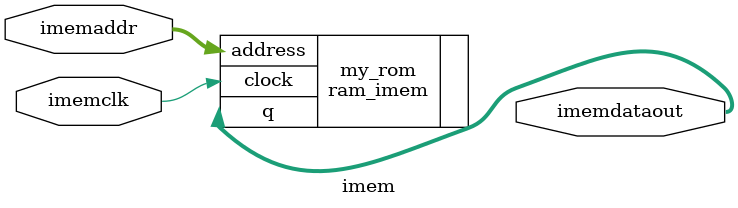
<source format=v>
module imem(imemaddr,imemdataout,imemclk);
	input [15:0] imemaddr;
	output  [31:0] imemdataout;
	input 	     imemclk;
	
	ram_imem my_rom(.address(imemaddr),
						 .clock(imemclk),
						 .q(imemdataout));
	
endmodule
</source>
